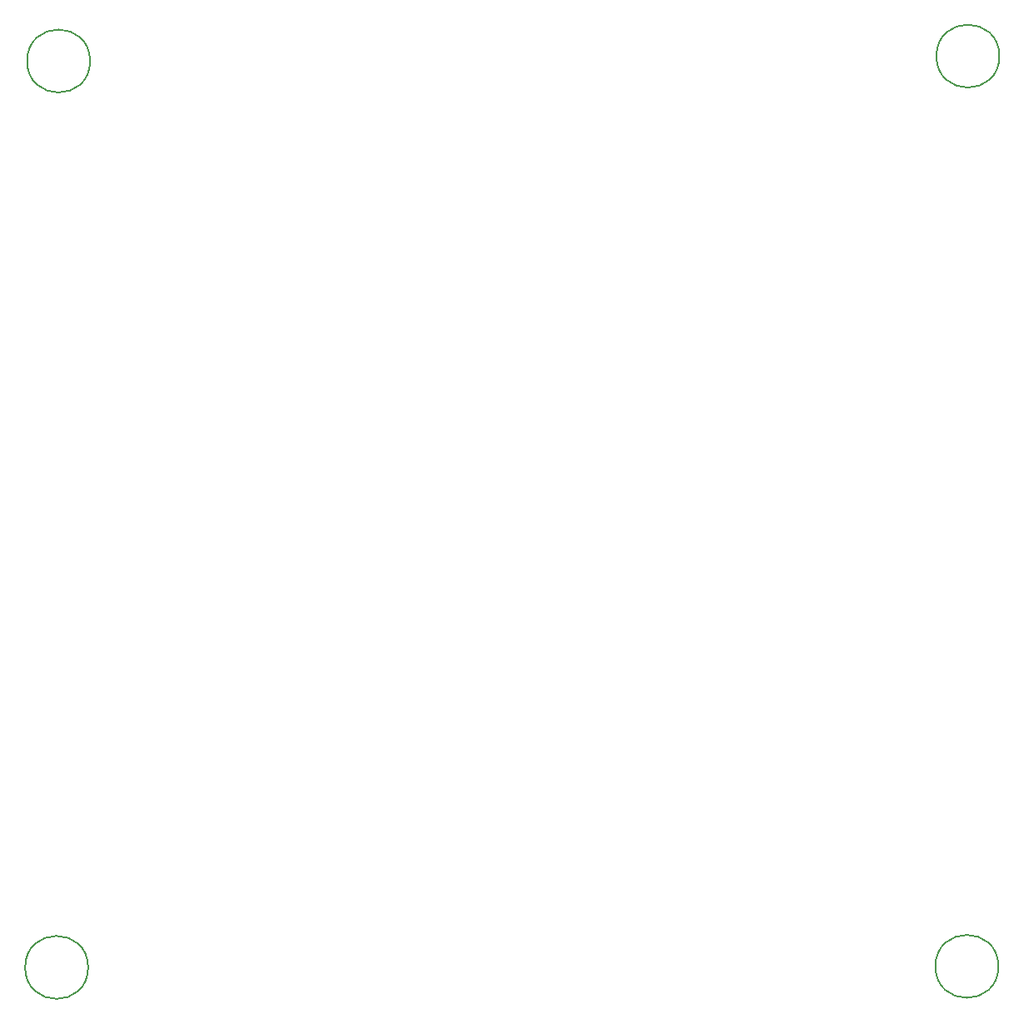
<source format=gbr>
G04 #@! TF.GenerationSoftware,KiCad,Pcbnew,(6.0.9)*
G04 #@! TF.CreationDate,2024-01-26T15:08:13+01:00*
G04 #@! TF.ProjectId,Univerzalni_testovaci_platforma_nejen_pro_IoT_v1,556e6976-6572-47a6-916c-6e695f746573,rev?*
G04 #@! TF.SameCoordinates,Original*
G04 #@! TF.FileFunction,Other,Comment*
%FSLAX46Y46*%
G04 Gerber Fmt 4.6, Leading zero omitted, Abs format (unit mm)*
G04 Created by KiCad (PCBNEW (6.0.9)) date 2024-01-26 15:08:13*
%MOMM*%
%LPD*%
G01*
G04 APERTURE LIST*
%ADD10C,0.150000*%
G04 APERTURE END LIST*
D10*
G04 #@! TO.C,H3*
X199400000Y-146200000D02*
G75*
G03*
X199400000Y-146200000I-3200000J0D01*
G01*
G04 #@! TO.C,H2*
X199500000Y-53700000D02*
G75*
G03*
X199500000Y-53700000I-3200000J0D01*
G01*
G04 #@! TO.C,H1*
X107100000Y-54200000D02*
G75*
G03*
X107100000Y-54200000I-3200000J0D01*
G01*
G04 #@! TO.C,H4*
X106900000Y-146300000D02*
G75*
G03*
X106900000Y-146300000I-3200000J0D01*
G01*
G04 #@! TD*
M02*

</source>
